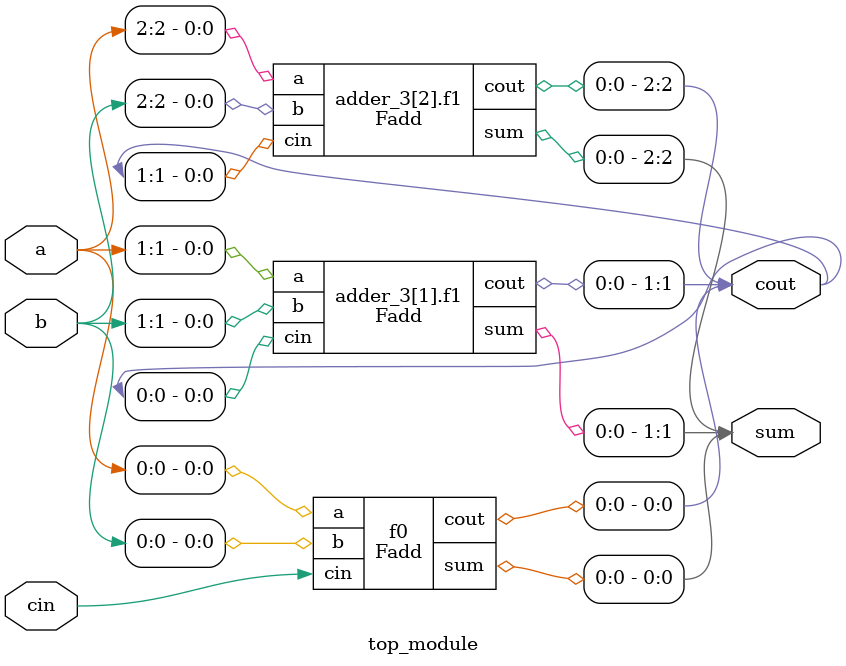
<source format=v>
module Fadd(
    input a,b,cin,
    output cout,sum);
    assign cout = a&b | b&cin | cin&a;
    assign sum  = a^b^cin;
endmodule

module top_module( 
    input [2:0] a, b,
    input cin,
    output [2:0] cout,
    output [2:0] sum );
    
    Fadd f0(a[0],b[0],cin,cout[0],sum[0]);
    
    genvar i;
    generate
        for(i=1;i<$bits(sum);i++) begin: adder_3
            Fadd f1(a[i],b[i],cout[i-1],cout[i],sum[i]);
        end
    endgenerate

endmodule

</source>
